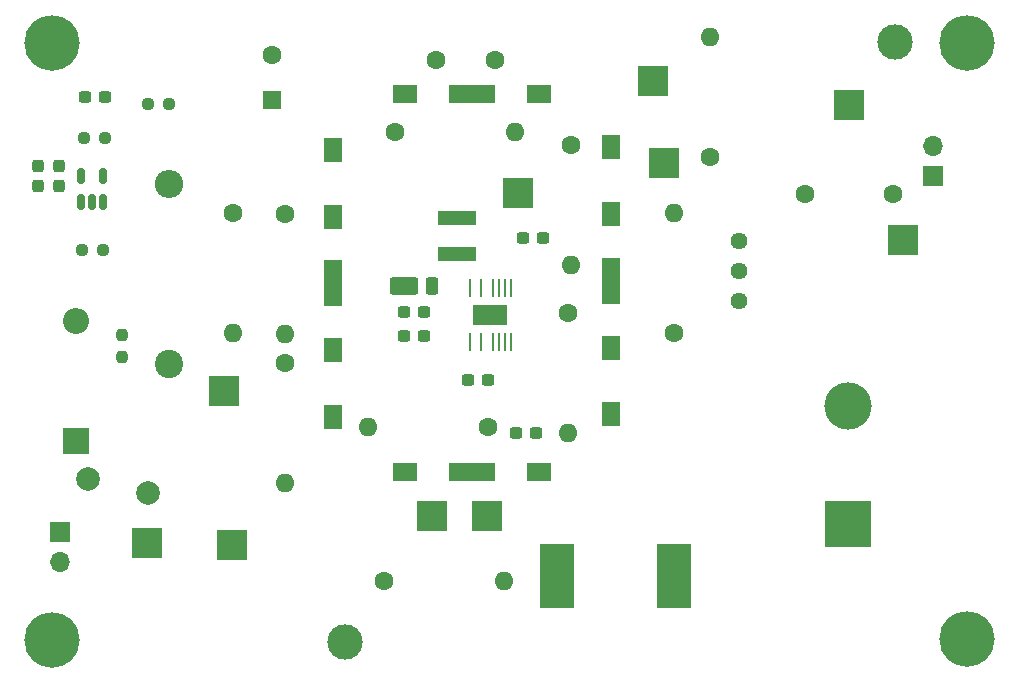
<source format=gbr>
%TF.GenerationSoftware,KiCad,Pcbnew,7.0.7*%
%TF.CreationDate,2024-03-07T15:54:46+13:00*%
%TF.ProjectId,high_v_converter,68696768-5f76-45f6-936f-6e7665727465,rev?*%
%TF.SameCoordinates,Original*%
%TF.FileFunction,Soldermask,Top*%
%TF.FilePolarity,Negative*%
%FSLAX46Y46*%
G04 Gerber Fmt 4.6, Leading zero omitted, Abs format (unit mm)*
G04 Created by KiCad (PCBNEW 7.0.7) date 2024-03-07 15:54:46*
%MOMM*%
%LPD*%
G01*
G04 APERTURE LIST*
G04 Aperture macros list*
%AMRoundRect*
0 Rectangle with rounded corners*
0 $1 Rounding radius*
0 $2 $3 $4 $5 $6 $7 $8 $9 X,Y pos of 4 corners*
0 Add a 4 corners polygon primitive as box body*
4,1,4,$2,$3,$4,$5,$6,$7,$8,$9,$2,$3,0*
0 Add four circle primitives for the rounded corners*
1,1,$1+$1,$2,$3*
1,1,$1+$1,$4,$5*
1,1,$1+$1,$6,$7*
1,1,$1+$1,$8,$9*
0 Add four rect primitives between the rounded corners*
20,1,$1+$1,$2,$3,$4,$5,0*
20,1,$1+$1,$4,$5,$6,$7,0*
20,1,$1+$1,$6,$7,$8,$9,0*
20,1,$1+$1,$8,$9,$2,$3,0*%
G04 Aperture macros list end*
%ADD10C,3.000000*%
%ADD11R,2.200000X2.200000*%
%ADD12O,2.200000X2.200000*%
%ADD13C,1.600000*%
%ADD14O,1.600000X1.600000*%
%ADD15R,2.000000X1.500000*%
%ADD16R,4.000000X1.500000*%
%ADD17R,1.500000X2.000000*%
%ADD18R,1.500000X4.000000*%
%ADD19RoundRect,0.237500X-0.300000X-0.237500X0.300000X-0.237500X0.300000X0.237500X-0.300000X0.237500X0*%
%ADD20R,1.700000X1.700000*%
%ADD21O,1.700000X1.700000*%
%ADD22RoundRect,0.237500X0.250000X0.237500X-0.250000X0.237500X-0.250000X-0.237500X0.250000X-0.237500X0*%
%ADD23RoundRect,0.250000X0.950000X0.500000X-0.950000X0.500000X-0.950000X-0.500000X0.950000X-0.500000X0*%
%ADD24RoundRect,0.250000X0.275000X0.500000X-0.275000X0.500000X-0.275000X-0.500000X0.275000X-0.500000X0*%
%ADD25RoundRect,0.237500X0.237500X-0.300000X0.237500X0.300000X-0.237500X0.300000X-0.237500X-0.300000X0*%
%ADD26R,2.500000X2.500000*%
%ADD27C,2.010000*%
%ADD28RoundRect,0.237500X0.300000X0.237500X-0.300000X0.237500X-0.300000X-0.237500X0.300000X-0.237500X0*%
%ADD29R,4.000000X4.000000*%
%ADD30C,4.000000*%
%ADD31C,2.400000*%
%ADD32O,2.400000X2.400000*%
%ADD33R,1.600000X1.600000*%
%ADD34R,2.900000X5.400000*%
%ADD35C,4.700000*%
%ADD36C,1.440000*%
%ADD37R,0.279400X1.527899*%
%ADD38R,2.946400X1.752600*%
%ADD39RoundRect,0.237500X0.237500X-0.250000X0.237500X0.250000X-0.237500X0.250000X-0.237500X-0.250000X0*%
%ADD40RoundRect,0.150000X0.150000X-0.512500X0.150000X0.512500X-0.150000X0.512500X-0.150000X-0.512500X0*%
%ADD41R,3.300000X1.200000*%
G04 APERTURE END LIST*
D10*
%TO.C,FID2*%
X179600000Y-84500000D03*
%TD*%
%TO.C,FID1*%
X133000000Y-135300000D03*
%TD*%
D11*
%TO.C,D2*%
X110200000Y-118260000D03*
D12*
X110200000Y-108100000D03*
%TD*%
D13*
%TO.C,R12*%
X123500000Y-98920000D03*
D14*
X123500000Y-109080000D03*
%TD*%
D15*
%TO.C,J3*%
X138100000Y-120900000D03*
D16*
X143750000Y-120900000D03*
D15*
X149400000Y-120900000D03*
D17*
X132000000Y-116200000D03*
X155500000Y-116000000D03*
X132000000Y-110550000D03*
X155500000Y-110350000D03*
D18*
X132000000Y-104900000D03*
X155500000Y-104700000D03*
D17*
X132000000Y-99250000D03*
X155500000Y-99050000D03*
X132000000Y-93600000D03*
X155500000Y-93400000D03*
D15*
X138100000Y-88900000D03*
D16*
X143750000Y-88900000D03*
D15*
X149400000Y-88900000D03*
%TD*%
D19*
%TO.C,C3*%
X148037500Y-101100000D03*
X149762500Y-101100000D03*
%TD*%
D20*
%TO.C,J1*%
X108850000Y-126000000D03*
D21*
X108850000Y-128540000D03*
%TD*%
D13*
%TO.C,C9*%
X179440000Y-97360000D03*
X171940000Y-97360000D03*
%TD*%
%TO.C,C6*%
X140700000Y-86000000D03*
X145700000Y-86000000D03*
%TD*%
D22*
%TO.C,R11*%
X112550000Y-102125000D03*
X110725000Y-102125000D03*
%TD*%
D23*
%TO.C,D1*%
X138000000Y-105100000D03*
D24*
X140375000Y-105100000D03*
%TD*%
D13*
%TO.C,R15*%
X145110000Y-117100000D03*
D14*
X134950000Y-117100000D03*
%TD*%
D13*
%TO.C,R13*%
X127950000Y-99040000D03*
D14*
X127950000Y-109200000D03*
%TD*%
D25*
%TO.C,C10*%
X108800000Y-96662500D03*
X108800000Y-94937500D03*
%TD*%
D26*
%TO.C,TP4*%
X147650000Y-97300000D03*
%TD*%
D27*
%TO.C,F1*%
X116350000Y-122700000D03*
X111250000Y-121500000D03*
%TD*%
D13*
%TO.C,R5*%
X163900000Y-94180000D03*
D14*
X163900000Y-84020000D03*
%TD*%
D13*
%TO.C,R14*%
X127950000Y-111640000D03*
D14*
X127950000Y-121800000D03*
%TD*%
D20*
%TO.C,J2*%
X182800000Y-95800000D03*
D21*
X182800000Y-93260000D03*
%TD*%
D28*
%TO.C,C2*%
X145150000Y-113100000D03*
X143425000Y-113100000D03*
%TD*%
D13*
%TO.C,R1*%
X151850000Y-107400000D03*
D14*
X151850000Y-117560000D03*
%TD*%
D26*
%TO.C,TP10*%
X175700000Y-89800000D03*
%TD*%
D29*
%TO.C,C5*%
X175600000Y-125300000D03*
D30*
X175600000Y-115300000D03*
%TD*%
D26*
%TO.C,TP1*%
X145050000Y-124600000D03*
%TD*%
D31*
%TO.C,R7*%
X118100000Y-111720000D03*
D32*
X118100000Y-96480000D03*
%TD*%
D33*
%TO.C,C7*%
X126800000Y-89402651D03*
D13*
X126800000Y-85602651D03*
%TD*%
%TO.C,R4*%
X160900000Y-109080000D03*
D14*
X160900000Y-98920000D03*
%TD*%
D34*
%TO.C,L2*%
X150950000Y-129700000D03*
X160850000Y-129700000D03*
%TD*%
D26*
%TO.C,TP2*%
X140350000Y-124600000D03*
%TD*%
D19*
%TO.C,C12*%
X138000000Y-109400000D03*
X139725000Y-109400000D03*
%TD*%
D22*
%TO.C,R10*%
X112725000Y-92625000D03*
X110900000Y-92625000D03*
%TD*%
D35*
%TO.C,H4*%
X108200000Y-135100000D03*
%TD*%
D36*
%TO.C,RV1*%
X166400000Y-101320000D03*
X166400000Y-103860000D03*
X166400000Y-106400000D03*
%TD*%
D37*
%TO.C,U1*%
X143550000Y-109900000D03*
X144550001Y-109900000D03*
X145550002Y-109900000D03*
X146050000Y-109900000D03*
X146550002Y-109900000D03*
X147050001Y-109900000D03*
X147050004Y-105273298D03*
X146550002Y-105273298D03*
X146050003Y-105273298D03*
X145550002Y-105273298D03*
X144550004Y-105273298D03*
X143550003Y-105273298D03*
D38*
X145300002Y-107586649D03*
%TD*%
D26*
%TO.C,TP8*%
X116250000Y-126900000D03*
%TD*%
D19*
%TO.C,C4*%
X138000000Y-107300000D03*
X139725000Y-107300000D03*
%TD*%
D39*
%TO.C,R8*%
X114100000Y-111112500D03*
X114100000Y-109287500D03*
%TD*%
D26*
%TO.C,TP5*%
X160050000Y-94720000D03*
%TD*%
D40*
%TO.C,U2*%
X110637500Y-98062500D03*
X111587500Y-98062500D03*
X112537500Y-98062500D03*
X112537500Y-95787500D03*
X110637500Y-95787500D03*
%TD*%
D28*
%TO.C,C1*%
X149212500Y-117600000D03*
X147487500Y-117600000D03*
%TD*%
D26*
%TO.C,TP6*%
X122800000Y-114000000D03*
%TD*%
D28*
%TO.C,C11*%
X112675000Y-89125000D03*
X110950000Y-89125000D03*
%TD*%
D13*
%TO.C,R3*%
X152150000Y-93200000D03*
D14*
X152150000Y-103360000D03*
%TD*%
D26*
%TO.C,TP7*%
X123450000Y-127100000D03*
%TD*%
D35*
%TO.C,H1*%
X185700000Y-84600000D03*
%TD*%
D41*
%TO.C,L1*%
X142450000Y-99350000D03*
X142450000Y-102450000D03*
%TD*%
D35*
%TO.C,H2*%
X185700000Y-135000000D03*
%TD*%
D26*
%TO.C,TP3*%
X159050000Y-87800000D03*
%TD*%
%TO.C,TP9*%
X180290000Y-101260000D03*
%TD*%
D13*
%TO.C,R6*%
X136300000Y-130100000D03*
D14*
X146460000Y-130100000D03*
%TD*%
D35*
%TO.C,H3*%
X108200000Y-84600000D03*
%TD*%
D22*
%TO.C,R9*%
X118112500Y-89700000D03*
X116287500Y-89700000D03*
%TD*%
D13*
%TO.C,R2*%
X137250000Y-92100000D03*
D14*
X147410000Y-92100000D03*
%TD*%
D25*
%TO.C,C8*%
X107000000Y-96662500D03*
X107000000Y-94937500D03*
%TD*%
M02*

</source>
